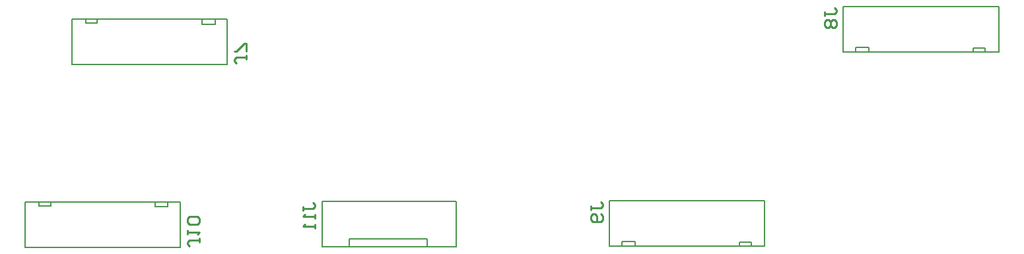
<source format=gbo>
%FSTAX23Y23*%
%MOIN*%
%SFA1B1*%

%IPPOS*%
%ADD10C,0.010000*%
%ADD11C,0.007870*%
%ADD33C,0.007000*%
%LNbutton_pad-1*%
%LPD*%
G54D10*
X03375Y01367D02*
Y01387D01*
Y01377*
X03425*
X03435Y01387*
Y01397*
X03425Y01407*
X03435Y01347D02*
Y01327D01*
Y01337*
X03375*
X03385Y01347*
X03435Y01297D02*
Y01277D01*
Y01287*
X03375*
X03385Y01297*
X03087Y02153D02*
Y02133D01*
Y02143*
X03037*
X03027Y02133*
Y02123*
X03037Y02113*
X03087Y02173D02*
Y02213D01*
X03077*
X03037Y02173*
X03027*
X0285Y01228D02*
Y01208D01*
Y01218*
X028*
X0279Y01208*
Y01198*
X028Y01188*
X0279Y01248D02*
Y01268D01*
Y01258*
X0285*
X0284Y01248*
Y01298D02*
X0285Y01308D01*
Y01328*
X0284Y01338*
X028*
X0279Y01328*
Y01308*
X028Y01298*
X0284*
X06007Y02354D02*
Y02374D01*
Y02364*
X06057*
X06067Y02374*
Y02384*
X06057Y02394*
X06017Y02334D02*
X06007Y02324D01*
Y02304*
X06017Y02294*
X06027*
X06037Y02304*
X06047Y02294*
X06057*
X06067Y02304*
Y02324*
X06057Y02334*
X06047*
X06037Y02324*
X06027Y02334*
X06017*
X06037Y02324D02*
Y02304D01*
X04826Y0137D02*
Y0139D01*
Y0138*
X04876*
X04886Y0139*
Y014*
X04876Y0141*
Y0135D02*
X04886Y0134D01*
Y0132*
X04876Y0131*
X04836*
X04826Y0132*
Y0134*
X04836Y0135*
X04846*
X04856Y0134*
Y0131*
G54D11*
X04921Y01187D02*
Y01411D01*
Y01187D02*
X05705D01*
Y01416*
X04921D02*
X05705D01*
X04921Y01411D02*
Y01416D01*
X04984Y01189D02*
Y01211D01*
X0505*
Y01189D02*
Y01211D01*
X05636Y01189D02*
Y01206D01*
X05577D02*
X05636D01*
X05577Y01187D02*
Y01206D01*
X06102Y02171D02*
Y02395D01*
Y02171D02*
X06886D01*
Y024*
X06102D02*
X06886D01*
X06102Y02395D02*
Y024D01*
X06165Y02174D02*
Y02195D01*
X06231*
Y02174D02*
Y02195D01*
X06817Y02174D02*
Y0219D01*
X06758D02*
X06817D01*
X06758Y02172D02*
Y0219D01*
X02755Y01187D02*
Y01411D01*
X01971D02*
X02755D01*
X01971Y01182D02*
Y01411D01*
Y01182D02*
X02755D01*
Y01187*
X02692Y01386D02*
Y01408D01*
X02626Y01386D02*
X02692D01*
X02626D02*
Y01408D01*
X0204Y01391D02*
Y01408D01*
Y01391D02*
X02099D01*
Y0141*
X02992Y02112D02*
Y02336D01*
X02207D02*
X02992D01*
X02207Y02107D02*
Y02336D01*
Y02107D02*
X02992D01*
Y02112*
X02929Y02312D02*
Y02333D01*
X02863Y02312D02*
X02929D01*
X02863D02*
Y02333D01*
X02276Y02316D02*
Y02333D01*
Y02316D02*
X02335D01*
Y02335*
G54D33*
X03469Y0137D02*
Y01374D01*
X04146Y01185D02*
Y01413D01*
X03469Y01185D02*
X04146D01*
X03469D02*
Y01413D01*
X04146*
X03606Y01186D02*
Y01225D01*
X04002*
Y01187D02*
Y01225D01*
M02*
</source>
